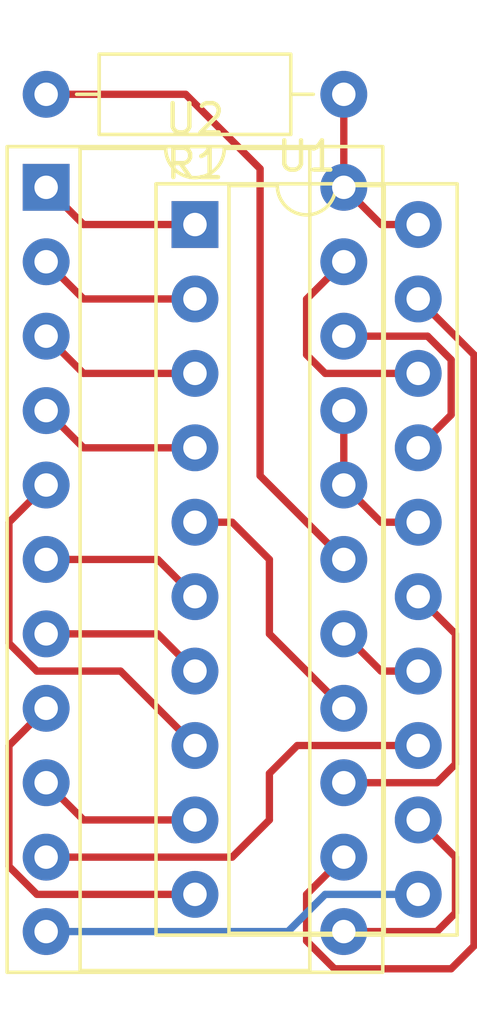
<source format=kicad_pcb>
(kicad_pcb (version 20211014) (generator pcbnew)
  (layers (0 "F.Cu" signal) (31 "B.Cu" signal) (34 "B.Paste" user) (35 "F.Paste" user) (36 "B.SilkS" user "B.Silkscreen") (37 "F.SilkS" user "F.Silkscreen") (38 "B.Mask" user) (39 "F.Mask" user) (44 "Edge.Cuts" user))
  (net 0 "")
  (net 1 "GND")
  (net 2 "VCC")
  (net 3 "Net-(U2-Pad17)")
  (net 4 "Net-(U2-Pad1)")
  (net 5 "Net-(U2-Pad2)")
  (net 6 "Net-(U2-Pad3)")
  (net 7 "Net-(U2-Pad4)")
  (net 8 "Net-(U2-Pad15)")
  (net 9 "Net-(U2-Pad6)")
  (net 10 "Net-(U2-Pad7)")
  (net 11 "Net-(U2-Pad5)")
  (net 12 "Net-(U2-Pad9)")
  (net 13 "Net-(U1-Pad11)")
  (net 14 "Net-(U2-Pad12)")
  (net 15 "Net-(U2-Pad10)")
  (net 16 "Net-(U1-Pad14)")
  (net 17 "Net-(U2-Pad14)")
  (net 18 "Net-(U1-Pad16)")
  (net 19 "Net-(U1-Pad17)")
  (net 20 "Net-(U1-Pad18)")
  (net 21 "Net-(U1-Pad19)")
  (footprint "Package_DIP:DIP-22_W10.16mm_Socket" (layer "F.Cu") (at 135.5725 29.5275)
    (fp_text reference "U2" (at 5.08 -2.33) (layer "F.SilkS"))
    (fp_text value "93L422")
    (fp_line (start 9 -1.33) (end 6.08 -1.33) (layer "F.SilkS") (width 0.12))
    (fp_line (start 11.49 26.79) (end 11.49 -1.39) (layer "F.SilkS") (width 0.12))
    (fp_line (start -1.33 -1.39) (end -1.33 26.79) (layer "F.SilkS") (width 0.12))
    (fp_line (start -1.33 26.79) (end 11.49 26.79) (layer "F.SilkS") (width 0.12))
    (fp_line (start 1.16 26.73) (end 9 26.73) (layer "F.SilkS") (width 0.12))
    (fp_line (start 1.16 -1.33) (end 1.16 26.73) (layer "F.SilkS") (width 0.12))
    (fp_line (start 11.49 -1.39) (end -1.33 -1.39) (layer "F.SilkS") (width 0.12))
    (fp_line (start 4.08 -1.33) (end 1.16 -1.33) (layer "F.SilkS") (width 0.12))
    (fp_line (start 9 26.73) (end 9 -1.33) (layer "F.SilkS") (width 0.12))
    (fp_arc (start 6.08 -1.33) (mid 5.08 -0.33) (end 4.08 -1.33) (layer "F.SilkS") (width 0.12))
    (pad "1" thru_hole rect (at 0 0) (size 1.6 1.6) (drill 0.8) (layers *.Cu *.Mask) (net 4 "Net-(U2-Pad1)"))
    (pad "2" thru_hole oval (at 0 2.54) (size 1.6 1.6) (drill 0.8) (layers *.Cu *.Mask) (net 5 "Net-(U2-Pad2)"))
    (pad "3" thru_hole oval (at 0 5.08) (size 1.6 1.6) (drill 0.8) (layers *.Cu *.Mask) (net 6 "Net-(U2-Pad3)"))
    (pad "4" thru_hole oval (at 0 7.62) (size 1.6 1.6) (drill 0.8) (layers *.Cu *.Mask) (net 7 "Net-(U2-Pad4)"))
    (pad "5" thru_hole oval (at 0 10.16) (size 1.6 1.6) (drill 0.8) (layers *.Cu *.Mask) (net 11 "Net-(U2-Pad5)"))
    (pad "6" thru_hole oval (at 0 12.7) (size 1.6 1.6) (drill 0.8) (layers *.Cu *.Mask) (net 9 "Net-(U2-Pad6)"))
    (pad "7" thru_hole oval (at 0 15.24) (size 1.6 1.6) (drill 0.8) (layers *.Cu *.Mask) (net 10 "Net-(U2-Pad7)"))
    (pad "8" thru_hole oval (at 0 17.78) (size 1.6 1.6) (drill 0.8) (layers *.Cu *.Mask) (net 1 "GND"))
    (pad "9" thru_hole oval (at 0 20.32) (size 1.6 1.6) (drill 0.8) (layers *.Cu *.Mask) (net 12 "Net-(U2-Pad9)"))
    (pad "10" thru_hole oval (at 0 22.86) (size 1.6 1.6) (drill 0.8) (layers *.Cu *.Mask) (net 15 "Net-(U2-Pad10)"))
    (pad "11" thru_hole oval (at 0 25.4) (size 1.6 1.6) (drill 0.8) (layers *.Cu *.Mask) (net 13 "Net-(U1-Pad11)"))
    (pad "12" thru_hole oval (at 10.16 25.4) (size 1.6 1.6) (drill 0.8) (layers *.Cu *.Mask) (net 14 "Net-(U2-Pad12)"))
    (pad "13" thru_hole oval (at 10.16 22.86) (size 1.6 1.6) (drill 0.8) (layers *.Cu *.Mask) (net 21 "Net-(U1-Pad19)"))
    (pad "14" thru_hole oval (at 10.16 20.32) (size 1.6 1.6) (drill 0.8) (layers *.Cu *.Mask) (net 17 "Net-(U2-Pad14)"))
    (pad "15" thru_hole oval (at 10.16 17.78) (size 1.6 1.6) (drill 0.8) (layers *.Cu *.Mask) (net 8 "Net-(U2-Pad15)"))
    (pad "16" thru_hole oval (at 10.16 15.24) (size 1.6 1.6) (drill 0.8) (layers *.Cu *.Mask) (net 16 "Net-(U1-Pad14)"))
    (pad "17" thru_hole oval (at 10.16 12.7) (size 1.6 1.6) (drill 0.8) (layers *.Cu *.Mask) (net 3 "Net-(U2-Pad17)"))
    (pad "18" thru_hole oval (at 10.16 10.16) (size 1.6 1.6) (drill 0.8) (layers *.Cu *.Mask) (net 18 "Net-(U1-Pad16)"))
    (pad "19" thru_hole oval (at 10.16 7.62) (size 1.6 1.6) (drill 0.8) (layers *.Cu *.Mask) (net 18 "Net-(U1-Pad16)"))
    (pad "20" thru_hole oval (at 10.16 5.08) (size 1.6 1.6) (drill 0.8) (layers *.Cu *.Mask) (net 19 "Net-(U1-Pad17)"))
    (pad "21" thru_hole oval (at 10.16 2.54) (size 1.6 1.6) (drill 0.8) (layers *.Cu *.Mask) (net 20 "Net-(U1-Pad18)"))
    (pad "22" thru_hole oval (at 10.16 0) (size 1.6 1.6) (drill 0.8) (layers *.Cu *.Mask) (net 2 "VCC"))
  )
  (footprint "Resistor_THT:R_Axial_DIN0207_L6.3mm_D2.5mm_P10.16mm_Horizontal" (layer "F.Cu") (at 145.7325 26.3525 180)
    (fp_text reference "R1" (at 5.08 -2.37) (layer "F.SilkS"))
    (fp_text value "1k")
    (fp_line (start 1.81 1.37) (end 8.35 1.37) (layer "F.SilkS") (width 0.12))
    (fp_line (start 8.35 1.37) (end 8.35 -1.37) (layer "F.SilkS") (width 0.12))
    (fp_line (start 8.35 -1.37) (end 1.81 -1.37) (layer "F.SilkS") (width 0.12))
    (fp_line (start 9.12 0) (end 8.35 0) (layer "F.SilkS") (width 0.12))
    (fp_line (start 1.81 -1.37) (end 1.81 1.37) (layer "F.SilkS") (width 0.12))
    (fp_line (start 1.04 0) (end 1.81 0) (layer "F.SilkS") (width 0.12))
    (pad "1" thru_hole circle (at 0 0 180) (size 1.6 1.6) (drill 0.8) (layers *.Cu *.Mask) (net 2 "VCC"))
    (pad "2" thru_hole oval (at 10.16 0 180) (size 1.6 1.6) (drill 0.8) (layers *.Cu *.Mask) (net 3 "Net-(U2-Pad17)"))
  )
  (footprint "Package_DIP:DIP-20_W7.62mm_Socket" (layer "F.Cu") (at 140.6525 30.7975)
    (fp_text reference "U1" (at 3.81 -2.33) (layer "F.SilkS"))
    (fp_text value "74LS208")
    (fp_line (start 6.46 24.19) (end 6.46 -1.33) (layer "F.SilkS") (width 0.12))
    (fp_line (start -1.33 24.25) (end 8.95 24.25) (layer "F.SilkS") (width 0.12))
    (fp_line (start 2.81 -1.33) (end 1.16 -1.33) (layer "F.SilkS") (width 0.12))
    (fp_line (start 8.95 24.25) (end 8.95 -1.39) (layer "F.SilkS") (width 0.12))
    (fp_line (start 1.16 24.19) (end 6.46 24.19) (layer "F.SilkS") (width 0.12))
    (fp_line (start 8.95 -1.39) (end -1.33 -1.39) (layer "F.SilkS") (width 0.12))
    (fp_line (start 6.46 -1.33) (end 4.81 -1.33) (layer "F.SilkS") (width 0.12))
    (fp_line (start -1.33 -1.39) (end -1.33 24.25) (layer "F.SilkS") (width 0.12))
    (fp_line (start 1.16 -1.33) (end 1.16 24.19) (layer "F.SilkS") (width 0.12))
    (fp_arc (start 4.81 -1.33) (mid 3.81 -0.33) (end 2.81 -1.33) (layer "F.SilkS") (width 0.12))
    (pad "1" thru_hole rect (at 0 0) (size 1.6 1.6) (drill 0.8) (layers *.Cu *.Mask) (net 4 "Net-(U2-Pad1)"))
    (pad "2" thru_hole oval (at 0 2.54) (size 1.6 1.6) (drill 0.8) (layers *.Cu *.Mask) (net 5 "Net-(U2-Pad2)"))
    (pad "3" thru_hole oval (at 0 5.08) (size 1.6 1.6) (drill 0.8) (layers *.Cu *.Mask) (net 6 "Net-(U2-Pad3)"))
    (pad "4" thru_hole oval (at 0 7.62) (size 1.6 1.6) (drill 0.8) (layers *.Cu *.Mask) (net 7 "Net-(U2-Pad4)"))
    (pad "5" thru_hole oval (at 0 10.16) (size 1.6 1.6) (drill 0.8) (layers *.Cu *.Mask) (net 8 "Net-(U2-Pad15)"))
    (pad "6" thru_hole oval (at 0 12.7) (size 1.6 1.6) (drill 0.8) (layers *.Cu *.Mask) (net 9 "Net-(U2-Pad6)"))
    (pad "7" thru_hole oval (at 0 15.24) (size 1.6 1.6) (drill 0.8) (layers *.Cu *.Mask) (net 10 "Net-(U2-Pad7)"))
    (pad "8" thru_hole oval (at 0 17.78) (size 1.6 1.6) (drill 0.8) (layers *.Cu *.Mask) (net 11 "Net-(U2-Pad5)"))
    (pad "9" thru_hole oval (at 0 20.32) (size 1.6 1.6) (drill 0.8) (layers *.Cu *.Mask) (net 12 "Net-(U2-Pad9)"))
    (pad "10" thru_hole oval (at 0 22.86) (size 1.6 1.6) (drill 0.8) (layers *.Cu *.Mask) (net 1 "GND"))
    (pad "11" thru_hole oval (at 7.62 22.86) (size 1.6 1.6) (drill 0.8) (layers *.Cu *.Mask) (net 13 "Net-(U1-Pad11)"))
    (pad "12" thru_hole oval (at 7.62 20.32) (size 1.6 1.6) (drill 0.8) (layers *.Cu *.Mask) (net 14 "Net-(U2-Pad12)"))
    (pad "13" thru_hole oval (at 7.62 17.78) (size 1.6 1.6) (drill 0.8) (layers *.Cu *.Mask) (net 15 "Net-(U2-Pad10)"))
    (pad "14" thru_hole oval (at 7.62 15.24) (size 1.6 1.6) (drill 0.8) (layers *.Cu *.Mask) (net 16 "Net-(U1-Pad14)"))
    (pad "15" thru_hole oval (at 7.62 12.7) (size 1.6 1.6) (drill 0.8) (layers *.Cu *.Mask) (net 17 "Net-(U2-Pad14)"))
    (pad "16" thru_hole oval (at 7.62 10.16) (size 1.6 1.6) (drill 0.8) (layers *.Cu *.Mask) (net 18 "Net-(U1-Pad16)"))
    (pad "17" thru_hole oval (at 7.62 7.62) (size 1.6 1.6) (drill 0.8) (layers *.Cu *.Mask) (net 19 "Net-(U1-Pad17)"))
    (pad "18" thru_hole oval (at 7.62 5.08) (size 1.6 1.6) (drill 0.8) (layers *.Cu *.Mask) (net 20 "Net-(U1-Pad18)"))
    (pad "19" thru_hole oval (at 7.62 2.54) (size 1.6 1.6) (drill 0.8) (layers *.Cu *.Mask) (net 21 "Net-(U1-Pad19)"))
    (pad "20" thru_hole oval (at 7.62 0) (size 1.6 1.6) (drill 0.8) (layers *.Cu *.Mask) (net 2 "VCC"))
  )
  (segment (start 140.6525 53.6575) (end 135.2572 53.6575) (width 0.25) (layer "F.Cu") (net 1))
  (segment (start 134.3025 52.7028) (end 134.3025 48.5825) (width 0.25) (layer "F.Cu") (net 1))
  (segment (start 135.2572 53.6575) (end 134.3025 52.7028) (width 0.25) (layer "F.Cu") (net 1))
  (segment (start 134.3025 48.5825) (end 135.5775 47.3075) (width 0.25) (layer "F.Cu") (net 1))
  (segment (start 145.7325 26.3525) (end 145.7325 29.5275) (width 0.25) (layer "F.Cu") (net 2))
  (segment (start 145.7375 26.3575) (end 145.7325 26.3525) (width 0.25) (layer "F.Cu") (net 2))
  (segment (start 145.7375 29.5275) (end 147.0075 30.7975) (width 0.25) (layer "F.Cu") (net 2))
  (segment (start 147.0075 30.7975) (end 148.2725 30.7975) (width 0.25) (layer "F.Cu") (net 2))
  (segment (start 142.875 39.37) (end 142.875 28.8925) (width 0.25) (layer "F.Cu") (net 3))
  (segment (start 142.875 28.8925) (end 140.335 26.3525) (width 0.25) (layer "F.Cu") (net 3))
  (segment (start 145.7325 42.2275) (end 142.875 39.37) (width 0.25) (layer "F.Cu") (net 3))
  (segment (start 140.335 26.3525) (end 135.5725 26.3525) (width 0.25) (layer "F.Cu") (net 3))
  (segment (start 136.8475 30.7975) (end 135.5775 29.5275) (width 0.25) (layer "F.Cu") (net 4))
  (segment (start 140.6525 30.7975) (end 136.8475 30.7975) (width 0.25) (layer "F.Cu") (net 4))
  (segment (start 136.8475 33.3375) (end 135.5775 32.0675) (width 0.25) (layer "F.Cu") (net 5))
  (segment (start 140.6525 33.3375) (end 136.8475 33.3375) (width 0.25) (layer "F.Cu") (net 5))
  (segment (start 140.6525 35.8775) (end 136.8475 35.8775) (width 0.25) (layer "F.Cu") (net 6))
  (segment (start 136.8475 35.8775) (end 135.5775 34.6075) (width 0.25) (layer "F.Cu") (net 6))
  (segment (start 140.6525 38.4175) (end 136.8475 38.4175) (width 0.25) (layer "F.Cu") (net 7))
  (segment (start 136.8475 38.4175) (end 135.5775 37.1475) (width 0.25) (layer "F.Cu") (net 7))
  (segment (start 145.7325 47.3075) (end 143.1925 44.7675) (width 0.25) (layer "F.Cu") (net 8))
  (segment (start 143.1925 42.2275) (end 141.9225 40.9575) (width 0.25) (layer "F.Cu") (net 8))
  (segment (start 141.9225 40.9575) (end 140.6525 40.9575) (width 0.25) (layer "F.Cu") (net 8))
  (segment (start 143.1925 44.7675) (end 143.1925 42.2275) (width 0.25) (layer "F.Cu") (net 8))
  (segment (start 140.6525 43.4975) (end 139.3825 42.2275) (width 0.25) (layer "F.Cu") (net 9))
  (segment (start 139.3825 42.2275) (end 135.5775 42.2275) (width 0.25) (layer "F.Cu") (net 9))
  (segment (start 139.3825 44.7675) (end 135.5775 44.7675) (width 0.25) (layer "F.Cu") (net 10))
  (segment (start 140.6525 46.0375) (end 139.3825 44.7675) (width 0.25) (layer "F.Cu") (net 10))
  (segment (start 134.3025 45.0878) (end 135.2522 46.0375) (width 0.25) (layer "F.Cu") (net 11))
  (segment (start 135.2522 46.0375) (end 138.1125 46.0375) (width 0.25) (layer "F.Cu") (net 11))
  (segment (start 135.5775 39.6875) (end 134.3025 40.9625) (width 0.25) (layer "F.Cu") (net 11))
  (segment (start 138.1125 46.0375) (end 140.6525 48.5775) (width 0.25) (layer "F.Cu") (net 11))
  (segment (start 134.3025 40.9625) (end 134.3025 45.0878) (width 0.25) (layer "F.Cu") (net 11))
  (segment (start 135.5775 49.8475) (end 136.8475 51.1175) (width 0.25) (layer "F.Cu") (net 12))
  (segment (start 136.8475 51.1175) (end 140.6525 51.1175) (width 0.25) (layer "F.Cu") (net 12))
  (segment (start 135.5775 54.9275) (end 143.8275 54.9275) (width 0.25) (layer "B.Cu") (net 13))
  (segment (start 145.0975 53.6575) (end 148.2725 53.6575) (width 0.25) (layer "B.Cu") (net 13))
  (segment (start 143.8275 54.9275) (end 145.0975 53.6575) (width 0.25) (layer "B.Cu") (net 13))
  (segment (start 149.5425 54.2925) (end 149.5425 52.3875) (width 0.25) (layer "F.Cu") (net 14))
  (segment (start 149.5425 52.3875) (end 148.2725 51.1175) (width 0.25) (layer "F.Cu") (net 14))
  (segment (start 148.9075 54.9275) (end 149.5425 54.2925) (width 0.25) (layer "F.Cu") (net 14))
  (segment (start 145.7375 54.9275) (end 148.9075 54.9275) (width 0.25) (layer "F.Cu") (net 14))
  (segment (start 141.9225 52.3875) (end 143.1925 51.1175) (width 0.25) (layer "F.Cu") (net 15))
  (segment (start 144.145 48.5775) (end 148.2725 48.5775) (width 0.25) (layer "F.Cu") (net 15))
  (segment (start 135.5775 52.3875) (end 141.9225 52.3875) (width 0.25) (layer "F.Cu") (net 15))
  (segment (start 143.1925 51.1175) (end 143.1925 49.53) (width 0.25) (layer "F.Cu") (net 15))
  (segment (start 143.1925 49.53) (end 144.145 48.5775) (width 0.25) (layer "F.Cu") (net 15))
  (segment (start 148.2725 46.0375) (end 147.0025 46.0375) (width 0.25) (layer "F.Cu") (net 16))
  (segment (start 147.0025 46.0375) (end 145.7325 44.7675) (width 0.25) (layer "F.Cu") (net 16))
  (segment (start 148.9075 49.8475) (end 145.7325 49.8475) (width 0.25) (layer "F.Cu") (net 17))
  (segment (start 149.5425 49.2125) (end 148.9075 49.8475) (width 0.25) (layer "F.Cu") (net 17))
  (segment (start 148.2725 43.4975) (end 149.5425 44.7675) (width 0.25) (layer "F.Cu") (net 17))
  (segment (start 149.5425 44.7675) (end 149.5425 49.2125) (width 0.25) (layer "F.Cu") (net 17))
  (segment (start 147.0025 40.9575) (end 145.7325 39.6875) (width 0.25) (layer "F.Cu") (net 18))
  (segment (start 148.2725 40.9575) (end 147.0025 40.9575) (width 0.25) (layer "F.Cu") (net 18))
  (segment (start 145.7325 39.6875) (end 145.7325 37.1475) (width 0.25) (layer "F.Cu") (net 18))
  (segment (start 149.397011 35.411711) (end 148.5928 34.6075) (width 0.25) (layer "F.Cu") (net 19))
  (segment (start 148.5928 34.6075) (end 145.7375 34.6075) (width 0.25) (layer "F.Cu") (net 19))
  (segment (start 148.2725 38.4175) (end 149.397011 37.292989) (width 0.25) (layer "F.Cu") (net 19))
  (segment (start 149.397011 37.292989) (end 149.397011 35.411711) (width 0.25) (layer "F.Cu") (net 19))
  (segment (start 145.7375 32.0675) (end 144.4625 33.3425) (width 0.25) (layer "F.Cu") (net 20))
  (segment (start 144.4625 35.2425) (end 145.0975 35.8775) (width 0.25) (layer "F.Cu") (net 20))
  (segment (start 145.0975 35.8775) (end 148.2725 35.8775) (width 0.25) (layer "F.Cu") (net 20))
  (segment (start 144.4625 33.3425) (end 144.4625 35.2425) (width 0.25) (layer "F.Cu") (net 20))
  (segment (start 149.397011 56.1975) (end 145.4122 56.1975) (width 0.25) (layer "F.Cu") (net 21))
  (segment (start 145.7375 51.7475) (end 145.7375 52.3875) (width 0.25) (layer "F.Cu") (net 21))
  (segment (start 150.1775 35.2425) (end 150.1775 55.417011) (width 0.25) (layer "F.Cu") (net 21))
  (segment (start 148.2725 33.3375) (end 150.1775 35.2425) (width 0.25) (layer "F.Cu") (net 21))
  (segment (start 150.1775 55.417011) (end 149.397011 56.1975) (width 0.25) (layer "F.Cu") (net 21))
  (segment (start 144.4625 55.2478) (end 144.4625 53.6575) (width 0.25) (layer "F.Cu") (net 21))
  (segment (start 145.4122 56.1975) (end 144.4625 55.2478) (width 0.25) (layer "F.Cu") (net 21))
  (segment (start 144.4625 53.6575) (end 145.7325 52.3875) (width 0.25) (layer "F.Cu") (net 21))
  (segment (start 146.3725 52.3825) (end 145.7375 51.7475) (width 0.25) (layer "F.Cu") (net 21))
)
</source>
